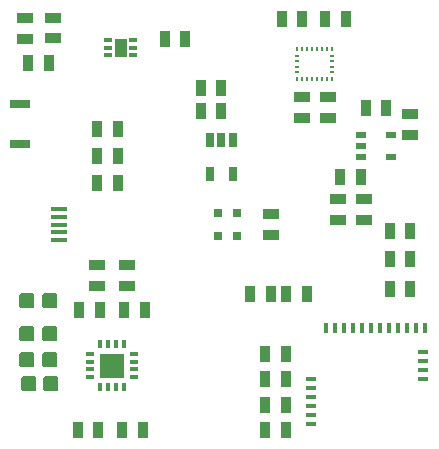
<source format=gtp>
G04 Layer_Color=8421504*
%FSLAX25Y25*%
%MOIN*%
G70*
G01*
G75*
%ADD10R,0.00906X0.01378*%
%ADD11R,0.01378X0.00906*%
%ADD12R,0.03150X0.03150*%
%ADD13R,0.03347X0.05512*%
G04:AMPARAMS|DCode=14|XSize=25.59mil|YSize=47.24mil|CornerRadius=1.92mil|HoleSize=0mil|Usage=FLASHONLY|Rotation=0.000|XOffset=0mil|YOffset=0mil|HoleType=Round|Shape=RoundedRectangle|*
%AMROUNDEDRECTD14*
21,1,0.02559,0.04341,0,0,0.0*
21,1,0.02175,0.04724,0,0,0.0*
1,1,0.00384,0.01088,-0.02170*
1,1,0.00384,-0.01088,-0.02170*
1,1,0.00384,-0.01088,0.02170*
1,1,0.00384,0.01088,0.02170*
%
%ADD14ROUNDEDRECTD14*%
%ADD15R,0.05512X0.03347*%
G04:AMPARAMS|DCode=16|XSize=21.65mil|YSize=31.5mil|CornerRadius=1.95mil|HoleSize=0mil|Usage=FLASHONLY|Rotation=90.000|XOffset=0mil|YOffset=0mil|HoleType=Round|Shape=RoundedRectangle|*
%AMROUNDEDRECTD16*
21,1,0.02165,0.02760,0,0,90.0*
21,1,0.01776,0.03150,0,0,90.0*
1,1,0.00390,0.01380,0.00888*
1,1,0.00390,0.01380,-0.00888*
1,1,0.00390,-0.01380,-0.00888*
1,1,0.00390,-0.01380,0.00888*
%
%ADD16ROUNDEDRECTD16*%
%ADD17R,0.06693X0.03150*%
%ADD18R,0.03583X0.01614*%
%ADD19R,0.01614X0.03583*%
%ADD20R,0.08465X0.08465*%
%ADD21R,0.01181X0.02953*%
%ADD22R,0.02953X0.01181*%
G04:AMPARAMS|DCode=23|XSize=11.81mil|YSize=29.53mil|CornerRadius=2.95mil|HoleSize=0mil|Usage=FLASHONLY|Rotation=270.000|XOffset=0mil|YOffset=0mil|HoleType=Round|Shape=RoundedRectangle|*
%AMROUNDEDRECTD23*
21,1,0.01181,0.02362,0,0,270.0*
21,1,0.00591,0.02953,0,0,270.0*
1,1,0.00591,-0.01181,-0.00295*
1,1,0.00591,-0.01181,0.00295*
1,1,0.00591,0.01181,0.00295*
1,1,0.00591,0.01181,-0.00295*
%
%ADD23ROUNDEDRECTD23*%
%ADD24R,0.05315X0.01772*%
G04:AMPARAMS|DCode=25|XSize=50mil|YSize=50mil|CornerRadius=6.25mil|HoleSize=0mil|Usage=FLASHONLY|Rotation=180.000|XOffset=0mil|YOffset=0mil|HoleType=Round|Shape=RoundedRectangle|*
%AMROUNDEDRECTD25*
21,1,0.05000,0.03750,0,0,180.0*
21,1,0.03750,0.05000,0,0,180.0*
1,1,0.01250,-0.01875,0.01875*
1,1,0.01250,0.01875,0.01875*
1,1,0.01250,0.01875,-0.01875*
1,1,0.01250,-0.01875,-0.01875*
%
%ADD25ROUNDEDRECTD25*%
%ADD26R,0.02756X0.01181*%
%ADD27R,0.03937X0.06299*%
D10*
X98075Y123579D02*
D03*
X99768D02*
D03*
X101461D02*
D03*
X103154D02*
D03*
X104847D02*
D03*
X106539D02*
D03*
X108232D02*
D03*
X109925D02*
D03*
Y133421D02*
D03*
X108232D02*
D03*
X106539D02*
D03*
X104847D02*
D03*
X103154D02*
D03*
X101461D02*
D03*
X99768D02*
D03*
X98075D02*
D03*
D11*
Y125961D02*
D03*
Y127654D02*
D03*
Y129347D02*
D03*
X109925Y125961D02*
D03*
Y127654D02*
D03*
Y129347D02*
D03*
Y131039D02*
D03*
X98075D02*
D03*
D12*
X71850Y78740D02*
D03*
Y71260D02*
D03*
X78150D02*
D03*
Y78740D02*
D03*
D13*
X66055Y120500D02*
D03*
X72945D02*
D03*
X127945Y114000D02*
D03*
X121055D02*
D03*
X66055Y113000D02*
D03*
X72945D02*
D03*
X119390Y91000D02*
D03*
X112500D02*
D03*
X101445Y52000D02*
D03*
X94555D02*
D03*
X87555Y32000D02*
D03*
X94445D02*
D03*
X135945Y53500D02*
D03*
X129055D02*
D03*
Y63500D02*
D03*
X135945D02*
D03*
X82555Y52000D02*
D03*
X89445D02*
D03*
X135945Y73000D02*
D03*
X129055D02*
D03*
X87555Y6500D02*
D03*
X94445D02*
D03*
X46890D02*
D03*
X40000D02*
D03*
X32000D02*
D03*
X25110D02*
D03*
X38445Y89000D02*
D03*
X31555D02*
D03*
X38445Y107000D02*
D03*
X31555D02*
D03*
Y98000D02*
D03*
X38445D02*
D03*
X94445Y23500D02*
D03*
X87555D02*
D03*
X94390Y15000D02*
D03*
X87500D02*
D03*
X8555Y129000D02*
D03*
X15445D02*
D03*
X107555Y143500D02*
D03*
X114445D02*
D03*
X99945D02*
D03*
X93055D02*
D03*
X47390Y46500D02*
D03*
X40500D02*
D03*
X25445D02*
D03*
X32335D02*
D03*
X54055Y137000D02*
D03*
X60945D02*
D03*
D14*
X76740Y91693D02*
D03*
X69260D02*
D03*
Y103307D02*
D03*
X73000D02*
D03*
X76740D02*
D03*
D15*
X111945Y83445D02*
D03*
Y76555D02*
D03*
X120445Y83445D02*
D03*
Y76555D02*
D03*
X136000Y105000D02*
D03*
Y111890D02*
D03*
X41445Y54555D02*
D03*
Y61445D02*
D03*
X31445Y54555D02*
D03*
Y61445D02*
D03*
X7500Y137000D02*
D03*
Y143890D02*
D03*
X17000Y144000D02*
D03*
Y137110D02*
D03*
X108500Y117445D02*
D03*
Y110555D02*
D03*
X89500Y78445D02*
D03*
Y71555D02*
D03*
X100000Y117445D02*
D03*
Y110555D02*
D03*
D16*
X129500Y105000D02*
D03*
Y97520D02*
D03*
X119461D02*
D03*
Y101260D02*
D03*
Y105000D02*
D03*
D17*
X6000Y115193D02*
D03*
Y101807D02*
D03*
D18*
X102819Y8545D02*
D03*
Y11537D02*
D03*
Y14529D02*
D03*
Y17522D02*
D03*
Y20514D02*
D03*
X140181Y26577D02*
D03*
Y29569D02*
D03*
Y32561D02*
D03*
X103000Y23500D02*
D03*
X140181Y23577D02*
D03*
D19*
X107996Y40455D02*
D03*
X110988D02*
D03*
X113980D02*
D03*
X116972D02*
D03*
X119965D02*
D03*
X122957D02*
D03*
X125949D02*
D03*
X128941D02*
D03*
X131933D02*
D03*
X134925D02*
D03*
X137917D02*
D03*
X141000Y40500D02*
D03*
D20*
X36500Y28000D02*
D03*
D21*
X40339Y20815D02*
D03*
X37780D02*
D03*
X35221D02*
D03*
X32661D02*
D03*
Y35185D02*
D03*
X35221D02*
D03*
X37780D02*
D03*
X40339D02*
D03*
D22*
X29315Y24161D02*
D03*
Y26720D02*
D03*
Y29280D02*
D03*
Y31839D02*
D03*
X43685D02*
D03*
Y29280D02*
D03*
Y26720D02*
D03*
D23*
Y24161D02*
D03*
D24*
X19000Y75000D02*
D03*
Y77559D02*
D03*
Y80118D02*
D03*
Y72441D02*
D03*
Y69882D02*
D03*
D25*
X16250Y22000D02*
D03*
X8750D02*
D03*
X15750Y30000D02*
D03*
X8250D02*
D03*
X15750Y38500D02*
D03*
X8250D02*
D03*
Y49500D02*
D03*
X15750D02*
D03*
D26*
X35232Y136500D02*
D03*
Y133941D02*
D03*
Y131382D02*
D03*
X43500Y136500D02*
D03*
Y133941D02*
D03*
Y131382D02*
D03*
D27*
X39366Y133941D02*
D03*
M02*

</source>
